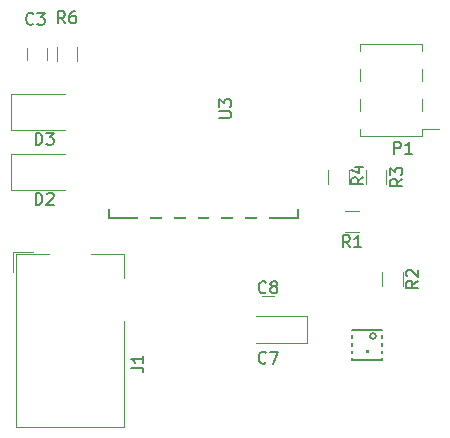
<source format=gbr>
G04 #@! TF.FileFunction,Legend,Top*
%FSLAX46Y46*%
G04 Gerber Fmt 4.6, Leading zero omitted, Abs format (unit mm)*
G04 Created by KiCad (PCBNEW 4.0.6+dfsg1-1) date Sun Oct 29 21:06:04 2017*
%MOMM*%
%LPD*%
G01*
G04 APERTURE LIST*
%ADD10C,0.100000*%
%ADD11C,0.120000*%
%ADD12C,0.150000*%
%ADD13C,0.152400*%
%ADD14C,0.037500*%
%ADD15R,1.500000X1.100000*%
%ADD16R,1.250000X1.500000*%
%ADD17R,2.600000X1.800000*%
%ADD18R,1.500000X1.250000*%
%ADD19R,2.600000X2.600000*%
%ADD20C,2.600000*%
%ADD21R,3.150000X1.000000*%
%ADD22R,1.500000X1.300000*%
%ADD23R,1.300000X1.500000*%
%ADD24R,0.700000X0.350000*%
%ADD25R,2.500000X1.100000*%
%ADD26R,1.100000X2.500000*%
G04 APERTURE END LIST*
D10*
D11*
X157861000Y-121793000D02*
X153289000Y-121793000D01*
X153289000Y-121793000D02*
X153289000Y-118745000D01*
X153289000Y-118745000D02*
X157861000Y-118745000D01*
X156298000Y-110736000D02*
X156298000Y-109736000D01*
X154598000Y-109736000D02*
X154598000Y-110736000D01*
X178306000Y-134754000D02*
X174006000Y-134754000D01*
X178306000Y-132454000D02*
X174006000Y-132454000D01*
X178306000Y-134754000D02*
X178306000Y-132454000D01*
X174506000Y-132422000D02*
X175506000Y-132422000D01*
X175506000Y-130722000D02*
X174506000Y-130722000D01*
X157861000Y-116713000D02*
X153289000Y-116713000D01*
X153289000Y-116713000D02*
X153289000Y-113665000D01*
X153289000Y-113665000D02*
X157861000Y-113665000D01*
X162842000Y-132816000D02*
X162842000Y-141816000D01*
X162842000Y-141816000D02*
X153642000Y-141816000D01*
X153642000Y-141816000D02*
X153642000Y-127216000D01*
X153642000Y-127216000D02*
X156442000Y-127216000D01*
X160042000Y-127216000D02*
X162842000Y-127216000D01*
X162842000Y-127216000D02*
X162842000Y-129216000D01*
X153402000Y-128716000D02*
X153402000Y-126976000D01*
X153402000Y-126976000D02*
X155142000Y-126976000D01*
X188020000Y-117154000D02*
X182820000Y-117154000D01*
X188020000Y-109414000D02*
X182820000Y-109414000D01*
X189460000Y-116584000D02*
X188020000Y-116584000D01*
X188020000Y-117154000D02*
X188020000Y-116584000D01*
X182820000Y-117154000D02*
X182820000Y-116584000D01*
X188020000Y-109984000D02*
X188020000Y-109414000D01*
X182820000Y-109984000D02*
X182820000Y-109414000D01*
X188020000Y-115064000D02*
X188020000Y-114044000D01*
X182820000Y-115064000D02*
X182820000Y-114044000D01*
X188020000Y-112524000D02*
X188020000Y-111504000D01*
X182820000Y-112524000D02*
X182820000Y-111504000D01*
X181518000Y-123580000D02*
X182718000Y-123580000D01*
X182718000Y-125340000D02*
X181518000Y-125340000D01*
X184667000Y-129886000D02*
X184667000Y-128686000D01*
X186427000Y-128686000D02*
X186427000Y-129886000D01*
X185030000Y-120050000D02*
X185030000Y-121250000D01*
X183270000Y-121250000D02*
X183270000Y-120050000D01*
X181855000Y-120050000D02*
X181855000Y-121250000D01*
X180095000Y-121250000D02*
X180095000Y-120050000D01*
X157108000Y-110836000D02*
X157108000Y-109636000D01*
X158868000Y-109636000D02*
X158868000Y-110836000D01*
D12*
X184138000Y-134124000D02*
G75*
G03X184138000Y-134124000I-250000J0D01*
G01*
X182138000Y-133624000D02*
X184638000Y-133624000D01*
X184638000Y-133624000D02*
X184638000Y-136124000D01*
X184638000Y-136124000D02*
X182138000Y-136124000D01*
X182138000Y-136124000D02*
X182138000Y-133624000D01*
D13*
X161542501Y-123402001D02*
X161542501Y-124164001D01*
X161542501Y-124164001D02*
X177544501Y-124164001D01*
X177544501Y-124164001D02*
X177544501Y-123402001D01*
D12*
X155344905Y-123007381D02*
X155344905Y-122007381D01*
X155583000Y-122007381D01*
X155725858Y-122055000D01*
X155821096Y-122150238D01*
X155868715Y-122245476D01*
X155916334Y-122435952D01*
X155916334Y-122578810D01*
X155868715Y-122769286D01*
X155821096Y-122864524D01*
X155725858Y-122959762D01*
X155583000Y-123007381D01*
X155344905Y-123007381D01*
X156297286Y-122102619D02*
X156344905Y-122055000D01*
X156440143Y-122007381D01*
X156678239Y-122007381D01*
X156773477Y-122055000D01*
X156821096Y-122102619D01*
X156868715Y-122197857D01*
X156868715Y-122293095D01*
X156821096Y-122435952D01*
X156249667Y-123007381D01*
X156868715Y-123007381D01*
X155154334Y-107672143D02*
X155106715Y-107719762D01*
X154963858Y-107767381D01*
X154868620Y-107767381D01*
X154725762Y-107719762D01*
X154630524Y-107624524D01*
X154582905Y-107529286D01*
X154535286Y-107338810D01*
X154535286Y-107195952D01*
X154582905Y-107005476D01*
X154630524Y-106910238D01*
X154725762Y-106815000D01*
X154868620Y-106767381D01*
X154963858Y-106767381D01*
X155106715Y-106815000D01*
X155154334Y-106862619D01*
X155487667Y-106767381D02*
X156106715Y-106767381D01*
X155773381Y-107148333D01*
X155916239Y-107148333D01*
X156011477Y-107195952D01*
X156059096Y-107243571D01*
X156106715Y-107338810D01*
X156106715Y-107576905D01*
X156059096Y-107672143D01*
X156011477Y-107719762D01*
X155916239Y-107767381D01*
X155630524Y-107767381D01*
X155535286Y-107719762D01*
X155487667Y-107672143D01*
X174839334Y-136361143D02*
X174791715Y-136408762D01*
X174648858Y-136456381D01*
X174553620Y-136456381D01*
X174410762Y-136408762D01*
X174315524Y-136313524D01*
X174267905Y-136218286D01*
X174220286Y-136027810D01*
X174220286Y-135884952D01*
X174267905Y-135694476D01*
X174315524Y-135599238D01*
X174410762Y-135504000D01*
X174553620Y-135456381D01*
X174648858Y-135456381D01*
X174791715Y-135504000D01*
X174839334Y-135551619D01*
X175172667Y-135456381D02*
X175839334Y-135456381D01*
X175410762Y-136456381D01*
X174839334Y-130405143D02*
X174791715Y-130452762D01*
X174648858Y-130500381D01*
X174553620Y-130500381D01*
X174410762Y-130452762D01*
X174315524Y-130357524D01*
X174267905Y-130262286D01*
X174220286Y-130071810D01*
X174220286Y-129928952D01*
X174267905Y-129738476D01*
X174315524Y-129643238D01*
X174410762Y-129548000D01*
X174553620Y-129500381D01*
X174648858Y-129500381D01*
X174791715Y-129548000D01*
X174839334Y-129595619D01*
X175410762Y-129928952D02*
X175315524Y-129881333D01*
X175267905Y-129833714D01*
X175220286Y-129738476D01*
X175220286Y-129690857D01*
X175267905Y-129595619D01*
X175315524Y-129548000D01*
X175410762Y-129500381D01*
X175601239Y-129500381D01*
X175696477Y-129548000D01*
X175744096Y-129595619D01*
X175791715Y-129690857D01*
X175791715Y-129738476D01*
X175744096Y-129833714D01*
X175696477Y-129881333D01*
X175601239Y-129928952D01*
X175410762Y-129928952D01*
X175315524Y-129976571D01*
X175267905Y-130024190D01*
X175220286Y-130119429D01*
X175220286Y-130309905D01*
X175267905Y-130405143D01*
X175315524Y-130452762D01*
X175410762Y-130500381D01*
X175601239Y-130500381D01*
X175696477Y-130452762D01*
X175744096Y-130405143D01*
X175791715Y-130309905D01*
X175791715Y-130119429D01*
X175744096Y-130024190D01*
X175696477Y-129976571D01*
X175601239Y-129928952D01*
X155344905Y-117927381D02*
X155344905Y-116927381D01*
X155583000Y-116927381D01*
X155725858Y-116975000D01*
X155821096Y-117070238D01*
X155868715Y-117165476D01*
X155916334Y-117355952D01*
X155916334Y-117498810D01*
X155868715Y-117689286D01*
X155821096Y-117784524D01*
X155725858Y-117879762D01*
X155583000Y-117927381D01*
X155344905Y-117927381D01*
X156249667Y-116927381D02*
X156868715Y-116927381D01*
X156535381Y-117308333D01*
X156678239Y-117308333D01*
X156773477Y-117355952D01*
X156821096Y-117403571D01*
X156868715Y-117498810D01*
X156868715Y-117736905D01*
X156821096Y-117832143D01*
X156773477Y-117879762D01*
X156678239Y-117927381D01*
X156392524Y-117927381D01*
X156297286Y-117879762D01*
X156249667Y-117832143D01*
X163444381Y-136799333D02*
X164158667Y-136799333D01*
X164301524Y-136846953D01*
X164396762Y-136942191D01*
X164444381Y-137085048D01*
X164444381Y-137180286D01*
X164444381Y-135799333D02*
X164444381Y-136370762D01*
X164444381Y-136085048D02*
X163444381Y-136085048D01*
X163587238Y-136180286D01*
X163682476Y-136275524D01*
X163730095Y-136370762D01*
X185697905Y-118689381D02*
X185697905Y-117689381D01*
X186078858Y-117689381D01*
X186174096Y-117737000D01*
X186221715Y-117784619D01*
X186269334Y-117879857D01*
X186269334Y-118022714D01*
X186221715Y-118117952D01*
X186174096Y-118165571D01*
X186078858Y-118213190D01*
X185697905Y-118213190D01*
X187221715Y-118689381D02*
X186650286Y-118689381D01*
X186936000Y-118689381D02*
X186936000Y-117689381D01*
X186840762Y-117832238D01*
X186745524Y-117927476D01*
X186650286Y-117975095D01*
X181951334Y-126612381D02*
X181618000Y-126136190D01*
X181379905Y-126612381D02*
X181379905Y-125612381D01*
X181760858Y-125612381D01*
X181856096Y-125660000D01*
X181903715Y-125707619D01*
X181951334Y-125802857D01*
X181951334Y-125945714D01*
X181903715Y-126040952D01*
X181856096Y-126088571D01*
X181760858Y-126136190D01*
X181379905Y-126136190D01*
X182903715Y-126612381D02*
X182332286Y-126612381D01*
X182618000Y-126612381D02*
X182618000Y-125612381D01*
X182522762Y-125755238D01*
X182427524Y-125850476D01*
X182332286Y-125898095D01*
X187699381Y-129452666D02*
X187223190Y-129786000D01*
X187699381Y-130024095D02*
X186699381Y-130024095D01*
X186699381Y-129643142D01*
X186747000Y-129547904D01*
X186794619Y-129500285D01*
X186889857Y-129452666D01*
X187032714Y-129452666D01*
X187127952Y-129500285D01*
X187175571Y-129547904D01*
X187223190Y-129643142D01*
X187223190Y-130024095D01*
X186794619Y-129071714D02*
X186747000Y-129024095D01*
X186699381Y-128928857D01*
X186699381Y-128690761D01*
X186747000Y-128595523D01*
X186794619Y-128547904D01*
X186889857Y-128500285D01*
X186985095Y-128500285D01*
X187127952Y-128547904D01*
X187699381Y-129119333D01*
X187699381Y-128500285D01*
X186380381Y-120816666D02*
X185904190Y-121150000D01*
X186380381Y-121388095D02*
X185380381Y-121388095D01*
X185380381Y-121007142D01*
X185428000Y-120911904D01*
X185475619Y-120864285D01*
X185570857Y-120816666D01*
X185713714Y-120816666D01*
X185808952Y-120864285D01*
X185856571Y-120911904D01*
X185904190Y-121007142D01*
X185904190Y-121388095D01*
X185380381Y-120483333D02*
X185380381Y-119864285D01*
X185761333Y-120197619D01*
X185761333Y-120054761D01*
X185808952Y-119959523D01*
X185856571Y-119911904D01*
X185951810Y-119864285D01*
X186189905Y-119864285D01*
X186285143Y-119911904D01*
X186332762Y-119959523D01*
X186380381Y-120054761D01*
X186380381Y-120340476D01*
X186332762Y-120435714D01*
X186285143Y-120483333D01*
X183078381Y-120689666D02*
X182602190Y-121023000D01*
X183078381Y-121261095D02*
X182078381Y-121261095D01*
X182078381Y-120880142D01*
X182126000Y-120784904D01*
X182173619Y-120737285D01*
X182268857Y-120689666D01*
X182411714Y-120689666D01*
X182506952Y-120737285D01*
X182554571Y-120784904D01*
X182602190Y-120880142D01*
X182602190Y-121261095D01*
X182411714Y-119832523D02*
X183078381Y-119832523D01*
X182030762Y-120070619D02*
X182745048Y-120308714D01*
X182745048Y-119689666D01*
X157821334Y-107640381D02*
X157488000Y-107164190D01*
X157249905Y-107640381D02*
X157249905Y-106640381D01*
X157630858Y-106640381D01*
X157726096Y-106688000D01*
X157773715Y-106735619D01*
X157821334Y-106830857D01*
X157821334Y-106973714D01*
X157773715Y-107068952D01*
X157726096Y-107116571D01*
X157630858Y-107164190D01*
X157249905Y-107164190D01*
X158678477Y-106640381D02*
X158488000Y-106640381D01*
X158392762Y-106688000D01*
X158345143Y-106735619D01*
X158249905Y-106878476D01*
X158202286Y-107068952D01*
X158202286Y-107449905D01*
X158249905Y-107545143D01*
X158297524Y-107592762D01*
X158392762Y-107640381D01*
X158583239Y-107640381D01*
X158678477Y-107592762D01*
X158726096Y-107545143D01*
X158773715Y-107449905D01*
X158773715Y-107211810D01*
X158726096Y-107116571D01*
X158678477Y-107068952D01*
X158583239Y-107021333D01*
X158392762Y-107021333D01*
X158297524Y-107068952D01*
X158249905Y-107116571D01*
X158202286Y-107211810D01*
D14*
X183273714Y-135291857D02*
X183273714Y-135413286D01*
X183280857Y-135427571D01*
X183288000Y-135434714D01*
X183302286Y-135441857D01*
X183330857Y-135441857D01*
X183345143Y-135434714D01*
X183352286Y-135427571D01*
X183359429Y-135413286D01*
X183359429Y-135291857D01*
X183509429Y-135441857D02*
X183423714Y-135441857D01*
X183466572Y-135441857D02*
X183466572Y-135291857D01*
X183452286Y-135313286D01*
X183438000Y-135327571D01*
X183423714Y-135334714D01*
D12*
X170900882Y-115654906D02*
X171710406Y-115654906D01*
X171805644Y-115607287D01*
X171853263Y-115559668D01*
X171900882Y-115464430D01*
X171900882Y-115273953D01*
X171853263Y-115178715D01*
X171805644Y-115131096D01*
X171710406Y-115083477D01*
X170900882Y-115083477D01*
X170900882Y-114702525D02*
X170900882Y-114083477D01*
X171281834Y-114416811D01*
X171281834Y-114273953D01*
X171329453Y-114178715D01*
X171377072Y-114131096D01*
X171472311Y-114083477D01*
X171710406Y-114083477D01*
X171805644Y-114131096D01*
X171853263Y-114178715D01*
X171900882Y-114273953D01*
X171900882Y-114559668D01*
X171853263Y-114654906D01*
X171805644Y-114702525D01*
%LPC*%
D15*
X154210000Y-120969000D03*
X154210000Y-119569000D03*
X158210000Y-120969000D03*
X158210000Y-119569000D03*
D16*
X155448000Y-108986000D03*
X155448000Y-111486000D03*
D17*
X176706000Y-133604000D03*
X173306000Y-133604000D03*
D18*
X176256000Y-131572000D03*
X173756000Y-131572000D03*
D15*
X154210000Y-115889000D03*
X154210000Y-114489000D03*
X158210000Y-115889000D03*
X158210000Y-114489000D03*
D19*
X158242000Y-128016000D03*
D20*
X158242000Y-134016000D03*
X162942000Y-131016000D03*
D21*
X187945000Y-115824000D03*
X182895000Y-115824000D03*
X187945000Y-113284000D03*
X182895000Y-113284000D03*
X187945000Y-110744000D03*
X182895000Y-110744000D03*
D22*
X183468000Y-124460000D03*
X180768000Y-124460000D03*
D23*
X185547000Y-127936000D03*
X185547000Y-130636000D03*
X184150000Y-122000000D03*
X184150000Y-119300000D03*
X180975000Y-122000000D03*
X180975000Y-119300000D03*
X157988000Y-108886000D03*
X157988000Y-111586000D03*
D24*
X184513000Y-133899000D03*
X184513000Y-134549000D03*
X184513000Y-135199000D03*
X184513000Y-135849000D03*
X182263000Y-135849000D03*
X182263000Y-135199000D03*
X182263000Y-134549000D03*
X182263000Y-133899000D03*
D25*
X161858501Y-108543001D03*
X161858501Y-110543001D03*
X161858501Y-112543001D03*
X161858501Y-114543001D03*
X161858501Y-116543001D03*
X161858501Y-118543001D03*
X161858501Y-120543001D03*
X161858501Y-122543001D03*
X177258501Y-122543001D03*
X177258501Y-120543001D03*
X177258501Y-118543001D03*
X177258501Y-116543001D03*
X177258501Y-114543001D03*
X177258501Y-112543001D03*
X177258501Y-110543001D03*
X177258501Y-108543001D03*
D26*
X164548501Y-124243001D03*
X166548501Y-124243001D03*
X168548501Y-124243001D03*
X170548501Y-124243001D03*
X172548501Y-124243001D03*
X174548501Y-124243001D03*
M02*

</source>
